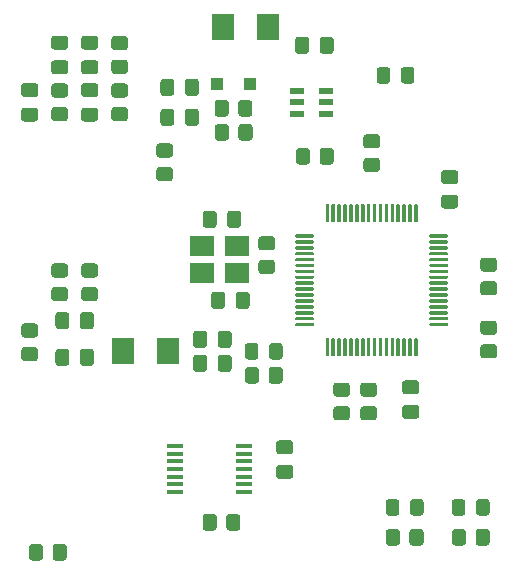
<source format=gtp>
%TF.GenerationSoftware,KiCad,Pcbnew,(5.1.12)-1*%
%TF.CreationDate,2022-05-05T18:44:07+02:00*%
%TF.ProjectId,telemetria tyl,74656c65-6d65-4747-9269-612074796c2e,rev?*%
%TF.SameCoordinates,Original*%
%TF.FileFunction,Paste,Top*%
%TF.FilePolarity,Positive*%
%FSLAX46Y46*%
G04 Gerber Fmt 4.6, Leading zero omitted, Abs format (unit mm)*
G04 Created by KiCad (PCBNEW (5.1.12)-1) date 2022-05-05 18:44:07*
%MOMM*%
%LPD*%
G01*
G04 APERTURE LIST*
%ADD10R,1.854500X2.286000*%
%ADD11R,2.100000X1.800000*%
%ADD12R,1.475000X0.450000*%
%ADD13R,1.200000X0.600000*%
%ADD14R,1.100000X1.100000*%
G04 APERTURE END LIST*
%TO.C,R8*%
G36*
G01*
X55772000Y-38550001D02*
X55772000Y-37649999D01*
G75*
G02*
X56021999Y-37400000I249999J0D01*
G01*
X56722001Y-37400000D01*
G75*
G02*
X56972000Y-37649999I0J-249999D01*
G01*
X56972000Y-38550001D01*
G75*
G02*
X56722001Y-38800000I-249999J0D01*
G01*
X56021999Y-38800000D01*
G75*
G02*
X55772000Y-38550001I0J249999D01*
G01*
G37*
G36*
G01*
X53772000Y-38550001D02*
X53772000Y-37649999D01*
G75*
G02*
X54021999Y-37400000I249999J0D01*
G01*
X54722001Y-37400000D01*
G75*
G02*
X54972000Y-37649999I0J-249999D01*
G01*
X54972000Y-38550001D01*
G75*
G02*
X54722001Y-38800000I-249999J0D01*
G01*
X54021999Y-38800000D01*
G75*
G02*
X53772000Y-38550001I0J249999D01*
G01*
G37*
%TD*%
%TO.C,R7*%
G36*
G01*
X54956000Y-35617999D02*
X54956000Y-36518001D01*
G75*
G02*
X54706001Y-36768000I-249999J0D01*
G01*
X54005999Y-36768000D01*
G75*
G02*
X53756000Y-36518001I0J249999D01*
G01*
X53756000Y-35617999D01*
G75*
G02*
X54005999Y-35368000I249999J0D01*
G01*
X54706001Y-35368000D01*
G75*
G02*
X54956000Y-35617999I0J-249999D01*
G01*
G37*
G36*
G01*
X56956000Y-35617999D02*
X56956000Y-36518001D01*
G75*
G02*
X56706001Y-36768000I-249999J0D01*
G01*
X56005999Y-36768000D01*
G75*
G02*
X55756000Y-36518001I0J249999D01*
G01*
X55756000Y-35617999D01*
G75*
G02*
X56005999Y-35368000I249999J0D01*
G01*
X56706001Y-35368000D01*
G75*
G02*
X56956000Y-35617999I0J-249999D01*
G01*
G37*
%TD*%
D10*
%TO.C,L2*%
X54495750Y-29210000D03*
X58280250Y-29210000D03*
%TD*%
%TO.C,D6*%
G36*
G01*
X69529000Y-33724001D02*
X69529000Y-32823999D01*
G75*
G02*
X69778999Y-32574000I249999J0D01*
G01*
X70429001Y-32574000D01*
G75*
G02*
X70679000Y-32823999I0J-249999D01*
G01*
X70679000Y-33724001D01*
G75*
G02*
X70429001Y-33974000I-249999J0D01*
G01*
X69778999Y-33974000D01*
G75*
G02*
X69529000Y-33724001I0J249999D01*
G01*
G37*
G36*
G01*
X67479000Y-33724001D02*
X67479000Y-32823999D01*
G75*
G02*
X67728999Y-32574000I249999J0D01*
G01*
X68379001Y-32574000D01*
G75*
G02*
X68629000Y-32823999I0J-249999D01*
G01*
X68629000Y-33724001D01*
G75*
G02*
X68379001Y-33974000I-249999J0D01*
G01*
X67728999Y-33974000D01*
G75*
G02*
X67479000Y-33724001I0J249999D01*
G01*
G37*
%TD*%
%TO.C,C7*%
G36*
G01*
X51250000Y-34765000D02*
X51250000Y-33815000D01*
G75*
G02*
X51500000Y-33565000I250000J0D01*
G01*
X52175000Y-33565000D01*
G75*
G02*
X52425000Y-33815000I0J-250000D01*
G01*
X52425000Y-34765000D01*
G75*
G02*
X52175000Y-35015000I-250000J0D01*
G01*
X51500000Y-35015000D01*
G75*
G02*
X51250000Y-34765000I0J250000D01*
G01*
G37*
G36*
G01*
X49175000Y-34765000D02*
X49175000Y-33815000D01*
G75*
G02*
X49425000Y-33565000I250000J0D01*
G01*
X50100000Y-33565000D01*
G75*
G02*
X50350000Y-33815000I0J-250000D01*
G01*
X50350000Y-34765000D01*
G75*
G02*
X50100000Y-35015000I-250000J0D01*
G01*
X49425000Y-35015000D01*
G75*
G02*
X49175000Y-34765000I0J250000D01*
G01*
G37*
%TD*%
%TO.C,C4*%
G36*
G01*
X61758500Y-30259000D02*
X61758500Y-31209000D01*
G75*
G02*
X61508500Y-31459000I-250000J0D01*
G01*
X60833500Y-31459000D01*
G75*
G02*
X60583500Y-31209000I0J250000D01*
G01*
X60583500Y-30259000D01*
G75*
G02*
X60833500Y-30009000I250000J0D01*
G01*
X61508500Y-30009000D01*
G75*
G02*
X61758500Y-30259000I0J-250000D01*
G01*
G37*
G36*
G01*
X63833500Y-30259000D02*
X63833500Y-31209000D01*
G75*
G02*
X63583500Y-31459000I-250000J0D01*
G01*
X62908500Y-31459000D01*
G75*
G02*
X62658500Y-31209000I0J250000D01*
G01*
X62658500Y-30259000D01*
G75*
G02*
X62908500Y-30009000I250000J0D01*
G01*
X63583500Y-30009000D01*
G75*
G02*
X63833500Y-30259000I0J-250000D01*
G01*
G37*
%TD*%
%TO.C,1k2*%
G36*
G01*
X76511999Y-56042000D02*
X77412001Y-56042000D01*
G75*
G02*
X77662000Y-56291999I0J-249999D01*
G01*
X77662000Y-56992001D01*
G75*
G02*
X77412001Y-57242000I-249999J0D01*
G01*
X76511999Y-57242000D01*
G75*
G02*
X76262000Y-56992001I0J249999D01*
G01*
X76262000Y-56291999D01*
G75*
G02*
X76511999Y-56042000I249999J0D01*
G01*
G37*
G36*
G01*
X76511999Y-54042000D02*
X77412001Y-54042000D01*
G75*
G02*
X77662000Y-54291999I0J-249999D01*
G01*
X77662000Y-54992001D01*
G75*
G02*
X77412001Y-55242000I-249999J0D01*
G01*
X76511999Y-55242000D01*
G75*
G02*
X76262000Y-54992001I0J249999D01*
G01*
X76262000Y-54291999D01*
G75*
G02*
X76511999Y-54042000I249999J0D01*
G01*
G37*
%TD*%
%TO.C,2.2uF2*%
G36*
G01*
X73185000Y-43376000D02*
X74135000Y-43376000D01*
G75*
G02*
X74385000Y-43626000I0J-250000D01*
G01*
X74385000Y-44301000D01*
G75*
G02*
X74135000Y-44551000I-250000J0D01*
G01*
X73185000Y-44551000D01*
G75*
G02*
X72935000Y-44301000I0J250000D01*
G01*
X72935000Y-43626000D01*
G75*
G02*
X73185000Y-43376000I250000J0D01*
G01*
G37*
G36*
G01*
X73185000Y-41301000D02*
X74135000Y-41301000D01*
G75*
G02*
X74385000Y-41551000I0J-250000D01*
G01*
X74385000Y-42226000D01*
G75*
G02*
X74135000Y-42476000I-250000J0D01*
G01*
X73185000Y-42476000D01*
G75*
G02*
X72935000Y-42226000I0J250000D01*
G01*
X72935000Y-41551000D01*
G75*
G02*
X73185000Y-41301000I250000J0D01*
G01*
G37*
%TD*%
%TO.C,10k1*%
G36*
G01*
X66605999Y-38262000D02*
X67506001Y-38262000D01*
G75*
G02*
X67756000Y-38511999I0J-249999D01*
G01*
X67756000Y-39212001D01*
G75*
G02*
X67506001Y-39462000I-249999J0D01*
G01*
X66605999Y-39462000D01*
G75*
G02*
X66356000Y-39212001I0J249999D01*
G01*
X66356000Y-38511999D01*
G75*
G02*
X66605999Y-38262000I249999J0D01*
G01*
G37*
G36*
G01*
X66605999Y-40262000D02*
X67506001Y-40262000D01*
G75*
G02*
X67756000Y-40511999I0J-249999D01*
G01*
X67756000Y-41212001D01*
G75*
G02*
X67506001Y-41462000I-249999J0D01*
G01*
X66605999Y-41462000D01*
G75*
G02*
X66356000Y-41212001I0J249999D01*
G01*
X66356000Y-40511999D01*
G75*
G02*
X66605999Y-40262000I249999J0D01*
G01*
G37*
%TD*%
%TO.C,1k1*%
G36*
G01*
X76511999Y-48708000D02*
X77412001Y-48708000D01*
G75*
G02*
X77662000Y-48957999I0J-249999D01*
G01*
X77662000Y-49658001D01*
G75*
G02*
X77412001Y-49908000I-249999J0D01*
G01*
X76511999Y-49908000D01*
G75*
G02*
X76262000Y-49658001I0J249999D01*
G01*
X76262000Y-48957999D01*
G75*
G02*
X76511999Y-48708000I249999J0D01*
G01*
G37*
G36*
G01*
X76511999Y-50708000D02*
X77412001Y-50708000D01*
G75*
G02*
X77662000Y-50957999I0J-249999D01*
G01*
X77662000Y-51658001D01*
G75*
G02*
X77412001Y-51908000I-249999J0D01*
G01*
X76511999Y-51908000D01*
G75*
G02*
X76262000Y-51658001I0J249999D01*
G01*
X76262000Y-50957999D01*
G75*
G02*
X76511999Y-50708000I249999J0D01*
G01*
G37*
%TD*%
%TO.C,2.2uF1*%
G36*
G01*
X70833000Y-62352500D02*
X69883000Y-62352500D01*
G75*
G02*
X69633000Y-62102500I0J250000D01*
G01*
X69633000Y-61427500D01*
G75*
G02*
X69883000Y-61177500I250000J0D01*
G01*
X70833000Y-61177500D01*
G75*
G02*
X71083000Y-61427500I0J-250000D01*
G01*
X71083000Y-62102500D01*
G75*
G02*
X70833000Y-62352500I-250000J0D01*
G01*
G37*
G36*
G01*
X70833000Y-60277500D02*
X69883000Y-60277500D01*
G75*
G02*
X69633000Y-60027500I0J250000D01*
G01*
X69633000Y-59352500D01*
G75*
G02*
X69883000Y-59102500I250000J0D01*
G01*
X70833000Y-59102500D01*
G75*
G02*
X71083000Y-59352500I0J-250000D01*
G01*
X71083000Y-60027500D01*
G75*
G02*
X70833000Y-60277500I-250000J0D01*
G01*
G37*
%TD*%
%TO.C,C1*%
G36*
G01*
X53471500Y-52799000D02*
X53471500Y-51849000D01*
G75*
G02*
X53721500Y-51599000I250000J0D01*
G01*
X54396500Y-51599000D01*
G75*
G02*
X54646500Y-51849000I0J-250000D01*
G01*
X54646500Y-52799000D01*
G75*
G02*
X54396500Y-53049000I-250000J0D01*
G01*
X53721500Y-53049000D01*
G75*
G02*
X53471500Y-52799000I0J250000D01*
G01*
G37*
G36*
G01*
X55546500Y-52799000D02*
X55546500Y-51849000D01*
G75*
G02*
X55796500Y-51599000I250000J0D01*
G01*
X56471500Y-51599000D01*
G75*
G02*
X56721500Y-51849000I0J-250000D01*
G01*
X56721500Y-52799000D01*
G75*
G02*
X56471500Y-53049000I-250000J0D01*
G01*
X55796500Y-53049000D01*
G75*
G02*
X55546500Y-52799000I0J250000D01*
G01*
G37*
%TD*%
%TO.C,C8*%
G36*
G01*
X51250000Y-37305000D02*
X51250000Y-36355000D01*
G75*
G02*
X51500000Y-36105000I250000J0D01*
G01*
X52175000Y-36105000D01*
G75*
G02*
X52425000Y-36355000I0J-250000D01*
G01*
X52425000Y-37305000D01*
G75*
G02*
X52175000Y-37555000I-250000J0D01*
G01*
X51500000Y-37555000D01*
G75*
G02*
X51250000Y-37305000I0J250000D01*
G01*
G37*
G36*
G01*
X49175000Y-37305000D02*
X49175000Y-36355000D01*
G75*
G02*
X49425000Y-36105000I250000J0D01*
G01*
X50100000Y-36105000D01*
G75*
G02*
X50350000Y-36355000I0J-250000D01*
G01*
X50350000Y-37305000D01*
G75*
G02*
X50100000Y-37555000I-250000J0D01*
G01*
X49425000Y-37555000D01*
G75*
G02*
X49175000Y-37305000I0J250000D01*
G01*
G37*
%TD*%
%TO.C,C2*%
G36*
G01*
X56002500Y-44991000D02*
X56002500Y-45941000D01*
G75*
G02*
X55752500Y-46191000I-250000J0D01*
G01*
X55077500Y-46191000D01*
G75*
G02*
X54827500Y-45941000I0J250000D01*
G01*
X54827500Y-44991000D01*
G75*
G02*
X55077500Y-44741000I250000J0D01*
G01*
X55752500Y-44741000D01*
G75*
G02*
X56002500Y-44991000I0J-250000D01*
G01*
G37*
G36*
G01*
X53927500Y-44991000D02*
X53927500Y-45941000D01*
G75*
G02*
X53677500Y-46191000I-250000J0D01*
G01*
X53002500Y-46191000D01*
G75*
G02*
X52752500Y-45941000I0J250000D01*
G01*
X52752500Y-44991000D01*
G75*
G02*
X53002500Y-44741000I250000J0D01*
G01*
X53677500Y-44741000D01*
G75*
G02*
X53927500Y-44991000I0J-250000D01*
G01*
G37*
%TD*%
%TO.C,D5*%
G36*
G01*
X68250000Y-70300001D02*
X68250000Y-69399999D01*
G75*
G02*
X68499999Y-69150000I249999J0D01*
G01*
X69150001Y-69150000D01*
G75*
G02*
X69400000Y-69399999I0J-249999D01*
G01*
X69400000Y-70300001D01*
G75*
G02*
X69150001Y-70550000I-249999J0D01*
G01*
X68499999Y-70550000D01*
G75*
G02*
X68250000Y-70300001I0J249999D01*
G01*
G37*
G36*
G01*
X70300000Y-70300001D02*
X70300000Y-69399999D01*
G75*
G02*
X70549999Y-69150000I249999J0D01*
G01*
X71200001Y-69150000D01*
G75*
G02*
X71450000Y-69399999I0J-249999D01*
G01*
X71450000Y-70300001D01*
G75*
G02*
X71200001Y-70550000I-249999J0D01*
G01*
X70549999Y-70550000D01*
G75*
G02*
X70300000Y-70300001I0J249999D01*
G01*
G37*
%TD*%
%TO.C,R11*%
G36*
G01*
X56328000Y-59124001D02*
X56328000Y-58223999D01*
G75*
G02*
X56577999Y-57974000I249999J0D01*
G01*
X57278001Y-57974000D01*
G75*
G02*
X57528000Y-58223999I0J-249999D01*
G01*
X57528000Y-59124001D01*
G75*
G02*
X57278001Y-59374000I-249999J0D01*
G01*
X56577999Y-59374000D01*
G75*
G02*
X56328000Y-59124001I0J249999D01*
G01*
G37*
G36*
G01*
X58328000Y-59124001D02*
X58328000Y-58223999D01*
G75*
G02*
X58577999Y-57974000I249999J0D01*
G01*
X59278001Y-57974000D01*
G75*
G02*
X59528000Y-58223999I0J-249999D01*
G01*
X59528000Y-59124001D01*
G75*
G02*
X59278001Y-59374000I-249999J0D01*
G01*
X58577999Y-59374000D01*
G75*
G02*
X58328000Y-59124001I0J249999D01*
G01*
G37*
%TD*%
%TO.C,D3*%
G36*
G01*
X74988000Y-69399999D02*
X74988000Y-70300001D01*
G75*
G02*
X74738001Y-70550000I-249999J0D01*
G01*
X74087999Y-70550000D01*
G75*
G02*
X73838000Y-70300001I0J249999D01*
G01*
X73838000Y-69399999D01*
G75*
G02*
X74087999Y-69150000I249999J0D01*
G01*
X74738001Y-69150000D01*
G75*
G02*
X74988000Y-69399999I0J-249999D01*
G01*
G37*
G36*
G01*
X77038000Y-69399999D02*
X77038000Y-70300001D01*
G75*
G02*
X76788001Y-70550000I-249999J0D01*
G01*
X76137999Y-70550000D01*
G75*
G02*
X75888000Y-70300001I0J249999D01*
G01*
X75888000Y-69399999D01*
G75*
G02*
X76137999Y-69150000I249999J0D01*
G01*
X76788001Y-69150000D01*
G75*
G02*
X77038000Y-69399999I0J-249999D01*
G01*
G37*
%TD*%
%TO.C,U1*%
G36*
G01*
X60600920Y-46949740D02*
X60600920Y-46799740D01*
G75*
G02*
X60675920Y-46724740I75000J0D01*
G01*
X62075920Y-46724740D01*
G75*
G02*
X62150920Y-46799740I0J-75000D01*
G01*
X62150920Y-46949740D01*
G75*
G02*
X62075920Y-47024740I-75000J0D01*
G01*
X60675920Y-47024740D01*
G75*
G02*
X60600920Y-46949740I0J75000D01*
G01*
G37*
G36*
G01*
X60600920Y-47449740D02*
X60600920Y-47299740D01*
G75*
G02*
X60675920Y-47224740I75000J0D01*
G01*
X62075920Y-47224740D01*
G75*
G02*
X62150920Y-47299740I0J-75000D01*
G01*
X62150920Y-47449740D01*
G75*
G02*
X62075920Y-47524740I-75000J0D01*
G01*
X60675920Y-47524740D01*
G75*
G02*
X60600920Y-47449740I0J75000D01*
G01*
G37*
G36*
G01*
X60600920Y-47949740D02*
X60600920Y-47799740D01*
G75*
G02*
X60675920Y-47724740I75000J0D01*
G01*
X62075920Y-47724740D01*
G75*
G02*
X62150920Y-47799740I0J-75000D01*
G01*
X62150920Y-47949740D01*
G75*
G02*
X62075920Y-48024740I-75000J0D01*
G01*
X60675920Y-48024740D01*
G75*
G02*
X60600920Y-47949740I0J75000D01*
G01*
G37*
G36*
G01*
X60600920Y-48449740D02*
X60600920Y-48299740D01*
G75*
G02*
X60675920Y-48224740I75000J0D01*
G01*
X62075920Y-48224740D01*
G75*
G02*
X62150920Y-48299740I0J-75000D01*
G01*
X62150920Y-48449740D01*
G75*
G02*
X62075920Y-48524740I-75000J0D01*
G01*
X60675920Y-48524740D01*
G75*
G02*
X60600920Y-48449740I0J75000D01*
G01*
G37*
G36*
G01*
X60600920Y-48949740D02*
X60600920Y-48799740D01*
G75*
G02*
X60675920Y-48724740I75000J0D01*
G01*
X62075920Y-48724740D01*
G75*
G02*
X62150920Y-48799740I0J-75000D01*
G01*
X62150920Y-48949740D01*
G75*
G02*
X62075920Y-49024740I-75000J0D01*
G01*
X60675920Y-49024740D01*
G75*
G02*
X60600920Y-48949740I0J75000D01*
G01*
G37*
G36*
G01*
X60600920Y-49449740D02*
X60600920Y-49299740D01*
G75*
G02*
X60675920Y-49224740I75000J0D01*
G01*
X62075920Y-49224740D01*
G75*
G02*
X62150920Y-49299740I0J-75000D01*
G01*
X62150920Y-49449740D01*
G75*
G02*
X62075920Y-49524740I-75000J0D01*
G01*
X60675920Y-49524740D01*
G75*
G02*
X60600920Y-49449740I0J75000D01*
G01*
G37*
G36*
G01*
X60600920Y-49949740D02*
X60600920Y-49799740D01*
G75*
G02*
X60675920Y-49724740I75000J0D01*
G01*
X62075920Y-49724740D01*
G75*
G02*
X62150920Y-49799740I0J-75000D01*
G01*
X62150920Y-49949740D01*
G75*
G02*
X62075920Y-50024740I-75000J0D01*
G01*
X60675920Y-50024740D01*
G75*
G02*
X60600920Y-49949740I0J75000D01*
G01*
G37*
G36*
G01*
X60600920Y-50449740D02*
X60600920Y-50299740D01*
G75*
G02*
X60675920Y-50224740I75000J0D01*
G01*
X62075920Y-50224740D01*
G75*
G02*
X62150920Y-50299740I0J-75000D01*
G01*
X62150920Y-50449740D01*
G75*
G02*
X62075920Y-50524740I-75000J0D01*
G01*
X60675920Y-50524740D01*
G75*
G02*
X60600920Y-50449740I0J75000D01*
G01*
G37*
G36*
G01*
X60600920Y-50949740D02*
X60600920Y-50799740D01*
G75*
G02*
X60675920Y-50724740I75000J0D01*
G01*
X62075920Y-50724740D01*
G75*
G02*
X62150920Y-50799740I0J-75000D01*
G01*
X62150920Y-50949740D01*
G75*
G02*
X62075920Y-51024740I-75000J0D01*
G01*
X60675920Y-51024740D01*
G75*
G02*
X60600920Y-50949740I0J75000D01*
G01*
G37*
G36*
G01*
X60600920Y-51449740D02*
X60600920Y-51299740D01*
G75*
G02*
X60675920Y-51224740I75000J0D01*
G01*
X62075920Y-51224740D01*
G75*
G02*
X62150920Y-51299740I0J-75000D01*
G01*
X62150920Y-51449740D01*
G75*
G02*
X62075920Y-51524740I-75000J0D01*
G01*
X60675920Y-51524740D01*
G75*
G02*
X60600920Y-51449740I0J75000D01*
G01*
G37*
G36*
G01*
X60600920Y-51949740D02*
X60600920Y-51799740D01*
G75*
G02*
X60675920Y-51724740I75000J0D01*
G01*
X62075920Y-51724740D01*
G75*
G02*
X62150920Y-51799740I0J-75000D01*
G01*
X62150920Y-51949740D01*
G75*
G02*
X62075920Y-52024740I-75000J0D01*
G01*
X60675920Y-52024740D01*
G75*
G02*
X60600920Y-51949740I0J75000D01*
G01*
G37*
G36*
G01*
X60600920Y-52449740D02*
X60600920Y-52299740D01*
G75*
G02*
X60675920Y-52224740I75000J0D01*
G01*
X62075920Y-52224740D01*
G75*
G02*
X62150920Y-52299740I0J-75000D01*
G01*
X62150920Y-52449740D01*
G75*
G02*
X62075920Y-52524740I-75000J0D01*
G01*
X60675920Y-52524740D01*
G75*
G02*
X60600920Y-52449740I0J75000D01*
G01*
G37*
G36*
G01*
X60600920Y-52949740D02*
X60600920Y-52799740D01*
G75*
G02*
X60675920Y-52724740I75000J0D01*
G01*
X62075920Y-52724740D01*
G75*
G02*
X62150920Y-52799740I0J-75000D01*
G01*
X62150920Y-52949740D01*
G75*
G02*
X62075920Y-53024740I-75000J0D01*
G01*
X60675920Y-53024740D01*
G75*
G02*
X60600920Y-52949740I0J75000D01*
G01*
G37*
G36*
G01*
X60600920Y-53449740D02*
X60600920Y-53299740D01*
G75*
G02*
X60675920Y-53224740I75000J0D01*
G01*
X62075920Y-53224740D01*
G75*
G02*
X62150920Y-53299740I0J-75000D01*
G01*
X62150920Y-53449740D01*
G75*
G02*
X62075920Y-53524740I-75000J0D01*
G01*
X60675920Y-53524740D01*
G75*
G02*
X60600920Y-53449740I0J75000D01*
G01*
G37*
G36*
G01*
X60600920Y-53949740D02*
X60600920Y-53799740D01*
G75*
G02*
X60675920Y-53724740I75000J0D01*
G01*
X62075920Y-53724740D01*
G75*
G02*
X62150920Y-53799740I0J-75000D01*
G01*
X62150920Y-53949740D01*
G75*
G02*
X62075920Y-54024740I-75000J0D01*
G01*
X60675920Y-54024740D01*
G75*
G02*
X60600920Y-53949740I0J75000D01*
G01*
G37*
G36*
G01*
X60600920Y-54449740D02*
X60600920Y-54299740D01*
G75*
G02*
X60675920Y-54224740I75000J0D01*
G01*
X62075920Y-54224740D01*
G75*
G02*
X62150920Y-54299740I0J-75000D01*
G01*
X62150920Y-54449740D01*
G75*
G02*
X62075920Y-54524740I-75000J0D01*
G01*
X60675920Y-54524740D01*
G75*
G02*
X60600920Y-54449740I0J75000D01*
G01*
G37*
G36*
G01*
X63150920Y-56999740D02*
X63150920Y-55599740D01*
G75*
G02*
X63225920Y-55524740I75000J0D01*
G01*
X63375920Y-55524740D01*
G75*
G02*
X63450920Y-55599740I0J-75000D01*
G01*
X63450920Y-56999740D01*
G75*
G02*
X63375920Y-57074740I-75000J0D01*
G01*
X63225920Y-57074740D01*
G75*
G02*
X63150920Y-56999740I0J75000D01*
G01*
G37*
G36*
G01*
X63650920Y-56999740D02*
X63650920Y-55599740D01*
G75*
G02*
X63725920Y-55524740I75000J0D01*
G01*
X63875920Y-55524740D01*
G75*
G02*
X63950920Y-55599740I0J-75000D01*
G01*
X63950920Y-56999740D01*
G75*
G02*
X63875920Y-57074740I-75000J0D01*
G01*
X63725920Y-57074740D01*
G75*
G02*
X63650920Y-56999740I0J75000D01*
G01*
G37*
G36*
G01*
X64150920Y-56999740D02*
X64150920Y-55599740D01*
G75*
G02*
X64225920Y-55524740I75000J0D01*
G01*
X64375920Y-55524740D01*
G75*
G02*
X64450920Y-55599740I0J-75000D01*
G01*
X64450920Y-56999740D01*
G75*
G02*
X64375920Y-57074740I-75000J0D01*
G01*
X64225920Y-57074740D01*
G75*
G02*
X64150920Y-56999740I0J75000D01*
G01*
G37*
G36*
G01*
X64650920Y-56999740D02*
X64650920Y-55599740D01*
G75*
G02*
X64725920Y-55524740I75000J0D01*
G01*
X64875920Y-55524740D01*
G75*
G02*
X64950920Y-55599740I0J-75000D01*
G01*
X64950920Y-56999740D01*
G75*
G02*
X64875920Y-57074740I-75000J0D01*
G01*
X64725920Y-57074740D01*
G75*
G02*
X64650920Y-56999740I0J75000D01*
G01*
G37*
G36*
G01*
X65150920Y-56999740D02*
X65150920Y-55599740D01*
G75*
G02*
X65225920Y-55524740I75000J0D01*
G01*
X65375920Y-55524740D01*
G75*
G02*
X65450920Y-55599740I0J-75000D01*
G01*
X65450920Y-56999740D01*
G75*
G02*
X65375920Y-57074740I-75000J0D01*
G01*
X65225920Y-57074740D01*
G75*
G02*
X65150920Y-56999740I0J75000D01*
G01*
G37*
G36*
G01*
X65650920Y-56999740D02*
X65650920Y-55599740D01*
G75*
G02*
X65725920Y-55524740I75000J0D01*
G01*
X65875920Y-55524740D01*
G75*
G02*
X65950920Y-55599740I0J-75000D01*
G01*
X65950920Y-56999740D01*
G75*
G02*
X65875920Y-57074740I-75000J0D01*
G01*
X65725920Y-57074740D01*
G75*
G02*
X65650920Y-56999740I0J75000D01*
G01*
G37*
G36*
G01*
X66150920Y-56999740D02*
X66150920Y-55599740D01*
G75*
G02*
X66225920Y-55524740I75000J0D01*
G01*
X66375920Y-55524740D01*
G75*
G02*
X66450920Y-55599740I0J-75000D01*
G01*
X66450920Y-56999740D01*
G75*
G02*
X66375920Y-57074740I-75000J0D01*
G01*
X66225920Y-57074740D01*
G75*
G02*
X66150920Y-56999740I0J75000D01*
G01*
G37*
G36*
G01*
X66650920Y-56999740D02*
X66650920Y-55599740D01*
G75*
G02*
X66725920Y-55524740I75000J0D01*
G01*
X66875920Y-55524740D01*
G75*
G02*
X66950920Y-55599740I0J-75000D01*
G01*
X66950920Y-56999740D01*
G75*
G02*
X66875920Y-57074740I-75000J0D01*
G01*
X66725920Y-57074740D01*
G75*
G02*
X66650920Y-56999740I0J75000D01*
G01*
G37*
G36*
G01*
X67150920Y-56999740D02*
X67150920Y-55599740D01*
G75*
G02*
X67225920Y-55524740I75000J0D01*
G01*
X67375920Y-55524740D01*
G75*
G02*
X67450920Y-55599740I0J-75000D01*
G01*
X67450920Y-56999740D01*
G75*
G02*
X67375920Y-57074740I-75000J0D01*
G01*
X67225920Y-57074740D01*
G75*
G02*
X67150920Y-56999740I0J75000D01*
G01*
G37*
G36*
G01*
X67650920Y-56999740D02*
X67650920Y-55599740D01*
G75*
G02*
X67725920Y-55524740I75000J0D01*
G01*
X67875920Y-55524740D01*
G75*
G02*
X67950920Y-55599740I0J-75000D01*
G01*
X67950920Y-56999740D01*
G75*
G02*
X67875920Y-57074740I-75000J0D01*
G01*
X67725920Y-57074740D01*
G75*
G02*
X67650920Y-56999740I0J75000D01*
G01*
G37*
G36*
G01*
X68150920Y-56999740D02*
X68150920Y-55599740D01*
G75*
G02*
X68225920Y-55524740I75000J0D01*
G01*
X68375920Y-55524740D01*
G75*
G02*
X68450920Y-55599740I0J-75000D01*
G01*
X68450920Y-56999740D01*
G75*
G02*
X68375920Y-57074740I-75000J0D01*
G01*
X68225920Y-57074740D01*
G75*
G02*
X68150920Y-56999740I0J75000D01*
G01*
G37*
G36*
G01*
X68650920Y-56999740D02*
X68650920Y-55599740D01*
G75*
G02*
X68725920Y-55524740I75000J0D01*
G01*
X68875920Y-55524740D01*
G75*
G02*
X68950920Y-55599740I0J-75000D01*
G01*
X68950920Y-56999740D01*
G75*
G02*
X68875920Y-57074740I-75000J0D01*
G01*
X68725920Y-57074740D01*
G75*
G02*
X68650920Y-56999740I0J75000D01*
G01*
G37*
G36*
G01*
X69150920Y-56999740D02*
X69150920Y-55599740D01*
G75*
G02*
X69225920Y-55524740I75000J0D01*
G01*
X69375920Y-55524740D01*
G75*
G02*
X69450920Y-55599740I0J-75000D01*
G01*
X69450920Y-56999740D01*
G75*
G02*
X69375920Y-57074740I-75000J0D01*
G01*
X69225920Y-57074740D01*
G75*
G02*
X69150920Y-56999740I0J75000D01*
G01*
G37*
G36*
G01*
X69650920Y-56999740D02*
X69650920Y-55599740D01*
G75*
G02*
X69725920Y-55524740I75000J0D01*
G01*
X69875920Y-55524740D01*
G75*
G02*
X69950920Y-55599740I0J-75000D01*
G01*
X69950920Y-56999740D01*
G75*
G02*
X69875920Y-57074740I-75000J0D01*
G01*
X69725920Y-57074740D01*
G75*
G02*
X69650920Y-56999740I0J75000D01*
G01*
G37*
G36*
G01*
X70150920Y-56999740D02*
X70150920Y-55599740D01*
G75*
G02*
X70225920Y-55524740I75000J0D01*
G01*
X70375920Y-55524740D01*
G75*
G02*
X70450920Y-55599740I0J-75000D01*
G01*
X70450920Y-56999740D01*
G75*
G02*
X70375920Y-57074740I-75000J0D01*
G01*
X70225920Y-57074740D01*
G75*
G02*
X70150920Y-56999740I0J75000D01*
G01*
G37*
G36*
G01*
X70650920Y-56999740D02*
X70650920Y-55599740D01*
G75*
G02*
X70725920Y-55524740I75000J0D01*
G01*
X70875920Y-55524740D01*
G75*
G02*
X70950920Y-55599740I0J-75000D01*
G01*
X70950920Y-56999740D01*
G75*
G02*
X70875920Y-57074740I-75000J0D01*
G01*
X70725920Y-57074740D01*
G75*
G02*
X70650920Y-56999740I0J75000D01*
G01*
G37*
G36*
G01*
X71950920Y-54449740D02*
X71950920Y-54299740D01*
G75*
G02*
X72025920Y-54224740I75000J0D01*
G01*
X73425920Y-54224740D01*
G75*
G02*
X73500920Y-54299740I0J-75000D01*
G01*
X73500920Y-54449740D01*
G75*
G02*
X73425920Y-54524740I-75000J0D01*
G01*
X72025920Y-54524740D01*
G75*
G02*
X71950920Y-54449740I0J75000D01*
G01*
G37*
G36*
G01*
X71950920Y-53949740D02*
X71950920Y-53799740D01*
G75*
G02*
X72025920Y-53724740I75000J0D01*
G01*
X73425920Y-53724740D01*
G75*
G02*
X73500920Y-53799740I0J-75000D01*
G01*
X73500920Y-53949740D01*
G75*
G02*
X73425920Y-54024740I-75000J0D01*
G01*
X72025920Y-54024740D01*
G75*
G02*
X71950920Y-53949740I0J75000D01*
G01*
G37*
G36*
G01*
X71950920Y-53449740D02*
X71950920Y-53299740D01*
G75*
G02*
X72025920Y-53224740I75000J0D01*
G01*
X73425920Y-53224740D01*
G75*
G02*
X73500920Y-53299740I0J-75000D01*
G01*
X73500920Y-53449740D01*
G75*
G02*
X73425920Y-53524740I-75000J0D01*
G01*
X72025920Y-53524740D01*
G75*
G02*
X71950920Y-53449740I0J75000D01*
G01*
G37*
G36*
G01*
X71950920Y-52949740D02*
X71950920Y-52799740D01*
G75*
G02*
X72025920Y-52724740I75000J0D01*
G01*
X73425920Y-52724740D01*
G75*
G02*
X73500920Y-52799740I0J-75000D01*
G01*
X73500920Y-52949740D01*
G75*
G02*
X73425920Y-53024740I-75000J0D01*
G01*
X72025920Y-53024740D01*
G75*
G02*
X71950920Y-52949740I0J75000D01*
G01*
G37*
G36*
G01*
X71950920Y-52449740D02*
X71950920Y-52299740D01*
G75*
G02*
X72025920Y-52224740I75000J0D01*
G01*
X73425920Y-52224740D01*
G75*
G02*
X73500920Y-52299740I0J-75000D01*
G01*
X73500920Y-52449740D01*
G75*
G02*
X73425920Y-52524740I-75000J0D01*
G01*
X72025920Y-52524740D01*
G75*
G02*
X71950920Y-52449740I0J75000D01*
G01*
G37*
G36*
G01*
X71950920Y-51949740D02*
X71950920Y-51799740D01*
G75*
G02*
X72025920Y-51724740I75000J0D01*
G01*
X73425920Y-51724740D01*
G75*
G02*
X73500920Y-51799740I0J-75000D01*
G01*
X73500920Y-51949740D01*
G75*
G02*
X73425920Y-52024740I-75000J0D01*
G01*
X72025920Y-52024740D01*
G75*
G02*
X71950920Y-51949740I0J75000D01*
G01*
G37*
G36*
G01*
X71950920Y-51449740D02*
X71950920Y-51299740D01*
G75*
G02*
X72025920Y-51224740I75000J0D01*
G01*
X73425920Y-51224740D01*
G75*
G02*
X73500920Y-51299740I0J-75000D01*
G01*
X73500920Y-51449740D01*
G75*
G02*
X73425920Y-51524740I-75000J0D01*
G01*
X72025920Y-51524740D01*
G75*
G02*
X71950920Y-51449740I0J75000D01*
G01*
G37*
G36*
G01*
X71950920Y-50949740D02*
X71950920Y-50799740D01*
G75*
G02*
X72025920Y-50724740I75000J0D01*
G01*
X73425920Y-50724740D01*
G75*
G02*
X73500920Y-50799740I0J-75000D01*
G01*
X73500920Y-50949740D01*
G75*
G02*
X73425920Y-51024740I-75000J0D01*
G01*
X72025920Y-51024740D01*
G75*
G02*
X71950920Y-50949740I0J75000D01*
G01*
G37*
G36*
G01*
X71950920Y-50449740D02*
X71950920Y-50299740D01*
G75*
G02*
X72025920Y-50224740I75000J0D01*
G01*
X73425920Y-50224740D01*
G75*
G02*
X73500920Y-50299740I0J-75000D01*
G01*
X73500920Y-50449740D01*
G75*
G02*
X73425920Y-50524740I-75000J0D01*
G01*
X72025920Y-50524740D01*
G75*
G02*
X71950920Y-50449740I0J75000D01*
G01*
G37*
G36*
G01*
X71950920Y-49949740D02*
X71950920Y-49799740D01*
G75*
G02*
X72025920Y-49724740I75000J0D01*
G01*
X73425920Y-49724740D01*
G75*
G02*
X73500920Y-49799740I0J-75000D01*
G01*
X73500920Y-49949740D01*
G75*
G02*
X73425920Y-50024740I-75000J0D01*
G01*
X72025920Y-50024740D01*
G75*
G02*
X71950920Y-49949740I0J75000D01*
G01*
G37*
G36*
G01*
X71950920Y-49449740D02*
X71950920Y-49299740D01*
G75*
G02*
X72025920Y-49224740I75000J0D01*
G01*
X73425920Y-49224740D01*
G75*
G02*
X73500920Y-49299740I0J-75000D01*
G01*
X73500920Y-49449740D01*
G75*
G02*
X73425920Y-49524740I-75000J0D01*
G01*
X72025920Y-49524740D01*
G75*
G02*
X71950920Y-49449740I0J75000D01*
G01*
G37*
G36*
G01*
X71950920Y-48949740D02*
X71950920Y-48799740D01*
G75*
G02*
X72025920Y-48724740I75000J0D01*
G01*
X73425920Y-48724740D01*
G75*
G02*
X73500920Y-48799740I0J-75000D01*
G01*
X73500920Y-48949740D01*
G75*
G02*
X73425920Y-49024740I-75000J0D01*
G01*
X72025920Y-49024740D01*
G75*
G02*
X71950920Y-48949740I0J75000D01*
G01*
G37*
G36*
G01*
X71950920Y-48449740D02*
X71950920Y-48299740D01*
G75*
G02*
X72025920Y-48224740I75000J0D01*
G01*
X73425920Y-48224740D01*
G75*
G02*
X73500920Y-48299740I0J-75000D01*
G01*
X73500920Y-48449740D01*
G75*
G02*
X73425920Y-48524740I-75000J0D01*
G01*
X72025920Y-48524740D01*
G75*
G02*
X71950920Y-48449740I0J75000D01*
G01*
G37*
G36*
G01*
X71950920Y-47949740D02*
X71950920Y-47799740D01*
G75*
G02*
X72025920Y-47724740I75000J0D01*
G01*
X73425920Y-47724740D01*
G75*
G02*
X73500920Y-47799740I0J-75000D01*
G01*
X73500920Y-47949740D01*
G75*
G02*
X73425920Y-48024740I-75000J0D01*
G01*
X72025920Y-48024740D01*
G75*
G02*
X71950920Y-47949740I0J75000D01*
G01*
G37*
G36*
G01*
X71950920Y-47449740D02*
X71950920Y-47299740D01*
G75*
G02*
X72025920Y-47224740I75000J0D01*
G01*
X73425920Y-47224740D01*
G75*
G02*
X73500920Y-47299740I0J-75000D01*
G01*
X73500920Y-47449740D01*
G75*
G02*
X73425920Y-47524740I-75000J0D01*
G01*
X72025920Y-47524740D01*
G75*
G02*
X71950920Y-47449740I0J75000D01*
G01*
G37*
G36*
G01*
X71950920Y-46949740D02*
X71950920Y-46799740D01*
G75*
G02*
X72025920Y-46724740I75000J0D01*
G01*
X73425920Y-46724740D01*
G75*
G02*
X73500920Y-46799740I0J-75000D01*
G01*
X73500920Y-46949740D01*
G75*
G02*
X73425920Y-47024740I-75000J0D01*
G01*
X72025920Y-47024740D01*
G75*
G02*
X71950920Y-46949740I0J75000D01*
G01*
G37*
G36*
G01*
X70650920Y-45649740D02*
X70650920Y-44249740D01*
G75*
G02*
X70725920Y-44174740I75000J0D01*
G01*
X70875920Y-44174740D01*
G75*
G02*
X70950920Y-44249740I0J-75000D01*
G01*
X70950920Y-45649740D01*
G75*
G02*
X70875920Y-45724740I-75000J0D01*
G01*
X70725920Y-45724740D01*
G75*
G02*
X70650920Y-45649740I0J75000D01*
G01*
G37*
G36*
G01*
X70150920Y-45649740D02*
X70150920Y-44249740D01*
G75*
G02*
X70225920Y-44174740I75000J0D01*
G01*
X70375920Y-44174740D01*
G75*
G02*
X70450920Y-44249740I0J-75000D01*
G01*
X70450920Y-45649740D01*
G75*
G02*
X70375920Y-45724740I-75000J0D01*
G01*
X70225920Y-45724740D01*
G75*
G02*
X70150920Y-45649740I0J75000D01*
G01*
G37*
G36*
G01*
X69650920Y-45649740D02*
X69650920Y-44249740D01*
G75*
G02*
X69725920Y-44174740I75000J0D01*
G01*
X69875920Y-44174740D01*
G75*
G02*
X69950920Y-44249740I0J-75000D01*
G01*
X69950920Y-45649740D01*
G75*
G02*
X69875920Y-45724740I-75000J0D01*
G01*
X69725920Y-45724740D01*
G75*
G02*
X69650920Y-45649740I0J75000D01*
G01*
G37*
G36*
G01*
X69150920Y-45649740D02*
X69150920Y-44249740D01*
G75*
G02*
X69225920Y-44174740I75000J0D01*
G01*
X69375920Y-44174740D01*
G75*
G02*
X69450920Y-44249740I0J-75000D01*
G01*
X69450920Y-45649740D01*
G75*
G02*
X69375920Y-45724740I-75000J0D01*
G01*
X69225920Y-45724740D01*
G75*
G02*
X69150920Y-45649740I0J75000D01*
G01*
G37*
G36*
G01*
X68650920Y-45649740D02*
X68650920Y-44249740D01*
G75*
G02*
X68725920Y-44174740I75000J0D01*
G01*
X68875920Y-44174740D01*
G75*
G02*
X68950920Y-44249740I0J-75000D01*
G01*
X68950920Y-45649740D01*
G75*
G02*
X68875920Y-45724740I-75000J0D01*
G01*
X68725920Y-45724740D01*
G75*
G02*
X68650920Y-45649740I0J75000D01*
G01*
G37*
G36*
G01*
X68150920Y-45649740D02*
X68150920Y-44249740D01*
G75*
G02*
X68225920Y-44174740I75000J0D01*
G01*
X68375920Y-44174740D01*
G75*
G02*
X68450920Y-44249740I0J-75000D01*
G01*
X68450920Y-45649740D01*
G75*
G02*
X68375920Y-45724740I-75000J0D01*
G01*
X68225920Y-45724740D01*
G75*
G02*
X68150920Y-45649740I0J75000D01*
G01*
G37*
G36*
G01*
X67650920Y-45649740D02*
X67650920Y-44249740D01*
G75*
G02*
X67725920Y-44174740I75000J0D01*
G01*
X67875920Y-44174740D01*
G75*
G02*
X67950920Y-44249740I0J-75000D01*
G01*
X67950920Y-45649740D01*
G75*
G02*
X67875920Y-45724740I-75000J0D01*
G01*
X67725920Y-45724740D01*
G75*
G02*
X67650920Y-45649740I0J75000D01*
G01*
G37*
G36*
G01*
X67150920Y-45649740D02*
X67150920Y-44249740D01*
G75*
G02*
X67225920Y-44174740I75000J0D01*
G01*
X67375920Y-44174740D01*
G75*
G02*
X67450920Y-44249740I0J-75000D01*
G01*
X67450920Y-45649740D01*
G75*
G02*
X67375920Y-45724740I-75000J0D01*
G01*
X67225920Y-45724740D01*
G75*
G02*
X67150920Y-45649740I0J75000D01*
G01*
G37*
G36*
G01*
X66650920Y-45649740D02*
X66650920Y-44249740D01*
G75*
G02*
X66725920Y-44174740I75000J0D01*
G01*
X66875920Y-44174740D01*
G75*
G02*
X66950920Y-44249740I0J-75000D01*
G01*
X66950920Y-45649740D01*
G75*
G02*
X66875920Y-45724740I-75000J0D01*
G01*
X66725920Y-45724740D01*
G75*
G02*
X66650920Y-45649740I0J75000D01*
G01*
G37*
G36*
G01*
X66150920Y-45649740D02*
X66150920Y-44249740D01*
G75*
G02*
X66225920Y-44174740I75000J0D01*
G01*
X66375920Y-44174740D01*
G75*
G02*
X66450920Y-44249740I0J-75000D01*
G01*
X66450920Y-45649740D01*
G75*
G02*
X66375920Y-45724740I-75000J0D01*
G01*
X66225920Y-45724740D01*
G75*
G02*
X66150920Y-45649740I0J75000D01*
G01*
G37*
G36*
G01*
X65650920Y-45649740D02*
X65650920Y-44249740D01*
G75*
G02*
X65725920Y-44174740I75000J0D01*
G01*
X65875920Y-44174740D01*
G75*
G02*
X65950920Y-44249740I0J-75000D01*
G01*
X65950920Y-45649740D01*
G75*
G02*
X65875920Y-45724740I-75000J0D01*
G01*
X65725920Y-45724740D01*
G75*
G02*
X65650920Y-45649740I0J75000D01*
G01*
G37*
G36*
G01*
X65150920Y-45649740D02*
X65150920Y-44249740D01*
G75*
G02*
X65225920Y-44174740I75000J0D01*
G01*
X65375920Y-44174740D01*
G75*
G02*
X65450920Y-44249740I0J-75000D01*
G01*
X65450920Y-45649740D01*
G75*
G02*
X65375920Y-45724740I-75000J0D01*
G01*
X65225920Y-45724740D01*
G75*
G02*
X65150920Y-45649740I0J75000D01*
G01*
G37*
G36*
G01*
X64650920Y-45649740D02*
X64650920Y-44249740D01*
G75*
G02*
X64725920Y-44174740I75000J0D01*
G01*
X64875920Y-44174740D01*
G75*
G02*
X64950920Y-44249740I0J-75000D01*
G01*
X64950920Y-45649740D01*
G75*
G02*
X64875920Y-45724740I-75000J0D01*
G01*
X64725920Y-45724740D01*
G75*
G02*
X64650920Y-45649740I0J75000D01*
G01*
G37*
G36*
G01*
X64150920Y-45649740D02*
X64150920Y-44249740D01*
G75*
G02*
X64225920Y-44174740I75000J0D01*
G01*
X64375920Y-44174740D01*
G75*
G02*
X64450920Y-44249740I0J-75000D01*
G01*
X64450920Y-45649740D01*
G75*
G02*
X64375920Y-45724740I-75000J0D01*
G01*
X64225920Y-45724740D01*
G75*
G02*
X64150920Y-45649740I0J75000D01*
G01*
G37*
G36*
G01*
X63650920Y-45649740D02*
X63650920Y-44249740D01*
G75*
G02*
X63725920Y-44174740I75000J0D01*
G01*
X63875920Y-44174740D01*
G75*
G02*
X63950920Y-44249740I0J-75000D01*
G01*
X63950920Y-45649740D01*
G75*
G02*
X63875920Y-45724740I-75000J0D01*
G01*
X63725920Y-45724740D01*
G75*
G02*
X63650920Y-45649740I0J75000D01*
G01*
G37*
G36*
G01*
X63150920Y-45649740D02*
X63150920Y-44249740D01*
G75*
G02*
X63225920Y-44174740I75000J0D01*
G01*
X63375920Y-44174740D01*
G75*
G02*
X63450920Y-44249740I0J-75000D01*
G01*
X63450920Y-45649740D01*
G75*
G02*
X63375920Y-45724740I-75000J0D01*
G01*
X63225920Y-45724740D01*
G75*
G02*
X63150920Y-45649740I0J75000D01*
G01*
G37*
%TD*%
%TO.C,0.33k1*%
G36*
G01*
X64966001Y-60490000D02*
X64065999Y-60490000D01*
G75*
G02*
X63816000Y-60240001I0J249999D01*
G01*
X63816000Y-59539999D01*
G75*
G02*
X64065999Y-59290000I249999J0D01*
G01*
X64966001Y-59290000D01*
G75*
G02*
X65216000Y-59539999I0J-249999D01*
G01*
X65216000Y-60240001D01*
G75*
G02*
X64966001Y-60490000I-249999J0D01*
G01*
G37*
G36*
G01*
X64966001Y-62490000D02*
X64065999Y-62490000D01*
G75*
G02*
X63816000Y-62240001I0J249999D01*
G01*
X63816000Y-61539999D01*
G75*
G02*
X64065999Y-61290000I249999J0D01*
G01*
X64966001Y-61290000D01*
G75*
G02*
X65216000Y-61539999I0J-249999D01*
G01*
X65216000Y-62240001D01*
G75*
G02*
X64966001Y-62490000I-249999J0D01*
G01*
G37*
%TD*%
%TO.C,0.33k2*%
G36*
G01*
X67252001Y-62490000D02*
X66351999Y-62490000D01*
G75*
G02*
X66102000Y-62240001I0J249999D01*
G01*
X66102000Y-61539999D01*
G75*
G02*
X66351999Y-61290000I249999J0D01*
G01*
X67252001Y-61290000D01*
G75*
G02*
X67502000Y-61539999I0J-249999D01*
G01*
X67502000Y-62240001D01*
G75*
G02*
X67252001Y-62490000I-249999J0D01*
G01*
G37*
G36*
G01*
X67252001Y-60490000D02*
X66351999Y-60490000D01*
G75*
G02*
X66102000Y-60240001I0J249999D01*
G01*
X66102000Y-59539999D01*
G75*
G02*
X66351999Y-59290000I249999J0D01*
G01*
X67252001Y-59290000D01*
G75*
G02*
X67502000Y-59539999I0J-249999D01*
G01*
X67502000Y-60240001D01*
G75*
G02*
X67252001Y-60490000I-249999J0D01*
G01*
G37*
%TD*%
%TO.C,10nF1*%
G36*
G01*
X51947500Y-58133000D02*
X51947500Y-57183000D01*
G75*
G02*
X52197500Y-56933000I250000J0D01*
G01*
X52872500Y-56933000D01*
G75*
G02*
X53122500Y-57183000I0J-250000D01*
G01*
X53122500Y-58133000D01*
G75*
G02*
X52872500Y-58383000I-250000J0D01*
G01*
X52197500Y-58383000D01*
G75*
G02*
X51947500Y-58133000I0J250000D01*
G01*
G37*
G36*
G01*
X54022500Y-58133000D02*
X54022500Y-57183000D01*
G75*
G02*
X54272500Y-56933000I250000J0D01*
G01*
X54947500Y-56933000D01*
G75*
G02*
X55197500Y-57183000I0J-250000D01*
G01*
X55197500Y-58133000D01*
G75*
G02*
X54947500Y-58383000I-250000J0D01*
G01*
X54272500Y-58383000D01*
G75*
G02*
X54022500Y-58133000I0J250000D01*
G01*
G37*
%TD*%
%TO.C,1uF1*%
G36*
G01*
X54022500Y-56101000D02*
X54022500Y-55151000D01*
G75*
G02*
X54272500Y-54901000I250000J0D01*
G01*
X54947500Y-54901000D01*
G75*
G02*
X55197500Y-55151000I0J-250000D01*
G01*
X55197500Y-56101000D01*
G75*
G02*
X54947500Y-56351000I-250000J0D01*
G01*
X54272500Y-56351000D01*
G75*
G02*
X54022500Y-56101000I0J250000D01*
G01*
G37*
G36*
G01*
X51947500Y-56101000D02*
X51947500Y-55151000D01*
G75*
G02*
X52197500Y-54901000I250000J0D01*
G01*
X52872500Y-54901000D01*
G75*
G02*
X53122500Y-55151000I0J-250000D01*
G01*
X53122500Y-56101000D01*
G75*
G02*
X52872500Y-56351000I-250000J0D01*
G01*
X52197500Y-56351000D01*
G75*
G02*
X51947500Y-56101000I0J250000D01*
G01*
G37*
%TD*%
%TO.C,39nH1*%
X45999500Y-56642000D03*
X49784000Y-56642000D03*
%TD*%
%TO.C,D1*%
G36*
G01*
X56321000Y-57092001D02*
X56321000Y-56191999D01*
G75*
G02*
X56570999Y-55942000I249999J0D01*
G01*
X57221001Y-55942000D01*
G75*
G02*
X57471000Y-56191999I0J-249999D01*
G01*
X57471000Y-57092001D01*
G75*
G02*
X57221001Y-57342000I-249999J0D01*
G01*
X56570999Y-57342000D01*
G75*
G02*
X56321000Y-57092001I0J249999D01*
G01*
G37*
G36*
G01*
X58371000Y-57092001D02*
X58371000Y-56191999D01*
G75*
G02*
X58620999Y-55942000I249999J0D01*
G01*
X59271001Y-55942000D01*
G75*
G02*
X59521000Y-56191999I0J-249999D01*
G01*
X59521000Y-57092001D01*
G75*
G02*
X59271001Y-57342000I-249999J0D01*
G01*
X58620999Y-57342000D01*
G75*
G02*
X58371000Y-57092001I0J249999D01*
G01*
G37*
%TD*%
%TO.C,R1*%
G36*
G01*
X58616001Y-48098000D02*
X57715999Y-48098000D01*
G75*
G02*
X57466000Y-47848001I0J249999D01*
G01*
X57466000Y-47147999D01*
G75*
G02*
X57715999Y-46898000I249999J0D01*
G01*
X58616001Y-46898000D01*
G75*
G02*
X58866000Y-47147999I0J-249999D01*
G01*
X58866000Y-47848001D01*
G75*
G02*
X58616001Y-48098000I-249999J0D01*
G01*
G37*
G36*
G01*
X58616001Y-50098000D02*
X57715999Y-50098000D01*
G75*
G02*
X57466000Y-49848001I0J249999D01*
G01*
X57466000Y-49147999D01*
G75*
G02*
X57715999Y-48898000I249999J0D01*
G01*
X58616001Y-48898000D01*
G75*
G02*
X58866000Y-49147999I0J-249999D01*
G01*
X58866000Y-49848001D01*
G75*
G02*
X58616001Y-50098000I-249999J0D01*
G01*
G37*
%TD*%
%TO.C,R3*%
G36*
G01*
X63846000Y-39681999D02*
X63846000Y-40582001D01*
G75*
G02*
X63596001Y-40832000I-249999J0D01*
G01*
X62895999Y-40832000D01*
G75*
G02*
X62646000Y-40582001I0J249999D01*
G01*
X62646000Y-39681999D01*
G75*
G02*
X62895999Y-39432000I249999J0D01*
G01*
X63596001Y-39432000D01*
G75*
G02*
X63846000Y-39681999I0J-249999D01*
G01*
G37*
G36*
G01*
X61846000Y-39681999D02*
X61846000Y-40582001D01*
G75*
G02*
X61596001Y-40832000I-249999J0D01*
G01*
X60895999Y-40832000D01*
G75*
G02*
X60646000Y-40582001I0J249999D01*
G01*
X60646000Y-39681999D01*
G75*
G02*
X60895999Y-39432000I249999J0D01*
G01*
X61596001Y-39432000D01*
G75*
G02*
X61846000Y-39681999I0J-249999D01*
G01*
G37*
%TD*%
%TO.C,R12*%
G36*
G01*
X75054000Y-71939999D02*
X75054000Y-72840001D01*
G75*
G02*
X74804001Y-73090000I-249999J0D01*
G01*
X74103999Y-73090000D01*
G75*
G02*
X73854000Y-72840001I0J249999D01*
G01*
X73854000Y-71939999D01*
G75*
G02*
X74103999Y-71690000I249999J0D01*
G01*
X74804001Y-71690000D01*
G75*
G02*
X75054000Y-71939999I0J-249999D01*
G01*
G37*
G36*
G01*
X77054000Y-71939999D02*
X77054000Y-72840001D01*
G75*
G02*
X76804001Y-73090000I-249999J0D01*
G01*
X76103999Y-73090000D01*
G75*
G02*
X75854000Y-72840001I0J249999D01*
G01*
X75854000Y-71939999D01*
G75*
G02*
X76103999Y-71690000I249999J0D01*
G01*
X76804001Y-71690000D01*
G75*
G02*
X77054000Y-71939999I0J-249999D01*
G01*
G37*
%TD*%
%TO.C,R13*%
G36*
G01*
X68250000Y-72840001D02*
X68250000Y-71939999D01*
G75*
G02*
X68499999Y-71690000I249999J0D01*
G01*
X69200001Y-71690000D01*
G75*
G02*
X69450000Y-71939999I0J-249999D01*
G01*
X69450000Y-72840001D01*
G75*
G02*
X69200001Y-73090000I-249999J0D01*
G01*
X68499999Y-73090000D01*
G75*
G02*
X68250000Y-72840001I0J249999D01*
G01*
G37*
G36*
G01*
X70250000Y-72840001D02*
X70250000Y-71939999D01*
G75*
G02*
X70499999Y-71690000I249999J0D01*
G01*
X71200001Y-71690000D01*
G75*
G02*
X71450000Y-71939999I0J-249999D01*
G01*
X71450000Y-72840001D01*
G75*
G02*
X71200001Y-73090000I-249999J0D01*
G01*
X70499999Y-73090000D01*
G75*
G02*
X70250000Y-72840001I0J249999D01*
G01*
G37*
%TD*%
D11*
%TO.C,Y1*%
X52726000Y-50052000D03*
X55626000Y-50052000D03*
X55626000Y-47752000D03*
X52726000Y-47752000D03*
%TD*%
D12*
%TO.C,2channel_pot1*%
X50402000Y-64655001D03*
X50402000Y-65305001D03*
X50402000Y-65955001D03*
X50402000Y-66605001D03*
X50402000Y-67255001D03*
X50402000Y-67905001D03*
X50402000Y-68555001D03*
X56278000Y-68555001D03*
X56278000Y-67905001D03*
X56278000Y-67255001D03*
X56278000Y-66605001D03*
X56278000Y-65955001D03*
X56278000Y-65305001D03*
X56278000Y-64655001D03*
%TD*%
%TO.C,C9*%
G36*
G01*
X59215000Y-64182500D02*
X60165000Y-64182500D01*
G75*
G02*
X60415000Y-64432500I0J-250000D01*
G01*
X60415000Y-65107500D01*
G75*
G02*
X60165000Y-65357500I-250000J0D01*
G01*
X59215000Y-65357500D01*
G75*
G02*
X58965000Y-65107500I0J250000D01*
G01*
X58965000Y-64432500D01*
G75*
G02*
X59215000Y-64182500I250000J0D01*
G01*
G37*
G36*
G01*
X59215000Y-66257500D02*
X60165000Y-66257500D01*
G75*
G02*
X60415000Y-66507500I0J-250000D01*
G01*
X60415000Y-67182500D01*
G75*
G02*
X60165000Y-67432500I-250000J0D01*
G01*
X59215000Y-67432500D01*
G75*
G02*
X58965000Y-67182500I0J250000D01*
G01*
X58965000Y-66507500D01*
G75*
G02*
X59215000Y-66257500I250000J0D01*
G01*
G37*
%TD*%
%TO.C,C10*%
G36*
G01*
X43655000Y-37185000D02*
X42705000Y-37185000D01*
G75*
G02*
X42455000Y-36935000I0J250000D01*
G01*
X42455000Y-36260000D01*
G75*
G02*
X42705000Y-36010000I250000J0D01*
G01*
X43655000Y-36010000D01*
G75*
G02*
X43905000Y-36260000I0J-250000D01*
G01*
X43905000Y-36935000D01*
G75*
G02*
X43655000Y-37185000I-250000J0D01*
G01*
G37*
G36*
G01*
X43655000Y-35110000D02*
X42705000Y-35110000D01*
G75*
G02*
X42455000Y-34860000I0J250000D01*
G01*
X42455000Y-34185000D01*
G75*
G02*
X42705000Y-33935000I250000J0D01*
G01*
X43655000Y-33935000D01*
G75*
G02*
X43905000Y-34185000I0J-250000D01*
G01*
X43905000Y-34860000D01*
G75*
G02*
X43655000Y-35110000I-250000J0D01*
G01*
G37*
%TD*%
%TO.C,C11*%
G36*
G01*
X42360000Y-57625000D02*
X42360000Y-56675000D01*
G75*
G02*
X42610000Y-56425000I250000J0D01*
G01*
X43285000Y-56425000D01*
G75*
G02*
X43535000Y-56675000I0J-250000D01*
G01*
X43535000Y-57625000D01*
G75*
G02*
X43285000Y-57875000I-250000J0D01*
G01*
X42610000Y-57875000D01*
G75*
G02*
X42360000Y-57625000I0J250000D01*
G01*
G37*
G36*
G01*
X40285000Y-57625000D02*
X40285000Y-56675000D01*
G75*
G02*
X40535000Y-56425000I250000J0D01*
G01*
X41210000Y-56425000D01*
G75*
G02*
X41460000Y-56675000I0J-250000D01*
G01*
X41460000Y-57625000D01*
G75*
G02*
X41210000Y-57875000I-250000J0D01*
G01*
X40535000Y-57875000D01*
G75*
G02*
X40285000Y-57625000I0J250000D01*
G01*
G37*
%TD*%
%TO.C,C21*%
G36*
G01*
X40285000Y-54520001D02*
X40285000Y-53570001D01*
G75*
G02*
X40535000Y-53320001I250000J0D01*
G01*
X41210000Y-53320001D01*
G75*
G02*
X41460000Y-53570001I0J-250000D01*
G01*
X41460000Y-54520001D01*
G75*
G02*
X41210000Y-54770001I-250000J0D01*
G01*
X40535000Y-54770001D01*
G75*
G02*
X40285000Y-54520001I0J250000D01*
G01*
G37*
G36*
G01*
X42360000Y-54520001D02*
X42360000Y-53570001D01*
G75*
G02*
X42610000Y-53320001I250000J0D01*
G01*
X43285000Y-53320001D01*
G75*
G02*
X43535000Y-53570001I0J-250000D01*
G01*
X43535000Y-54520001D01*
G75*
G02*
X43285000Y-54770001I-250000J0D01*
G01*
X42610000Y-54770001D01*
G75*
G02*
X42360000Y-54520001I0J250000D01*
G01*
G37*
%TD*%
%TO.C,C22*%
G36*
G01*
X37625000Y-36010000D02*
X38575000Y-36010000D01*
G75*
G02*
X38825000Y-36260000I0J-250000D01*
G01*
X38825000Y-36935000D01*
G75*
G02*
X38575000Y-37185000I-250000J0D01*
G01*
X37625000Y-37185000D01*
G75*
G02*
X37375000Y-36935000I0J250000D01*
G01*
X37375000Y-36260000D01*
G75*
G02*
X37625000Y-36010000I250000J0D01*
G01*
G37*
G36*
G01*
X37625000Y-33935000D02*
X38575000Y-33935000D01*
G75*
G02*
X38825000Y-34185000I0J-250000D01*
G01*
X38825000Y-34860000D01*
G75*
G02*
X38575000Y-35110000I-250000J0D01*
G01*
X37625000Y-35110000D01*
G75*
G02*
X37375000Y-34860000I0J250000D01*
G01*
X37375000Y-34185000D01*
G75*
G02*
X37625000Y-33935000I250000J0D01*
G01*
G37*
%TD*%
%TO.C,R9*%
G36*
G01*
X41090001Y-37160000D02*
X40189999Y-37160000D01*
G75*
G02*
X39940000Y-36910001I0J249999D01*
G01*
X39940000Y-36209999D01*
G75*
G02*
X40189999Y-35960000I249999J0D01*
G01*
X41090001Y-35960000D01*
G75*
G02*
X41340000Y-36209999I0J-249999D01*
G01*
X41340000Y-36910001D01*
G75*
G02*
X41090001Y-37160000I-249999J0D01*
G01*
G37*
G36*
G01*
X41090001Y-35160000D02*
X40189999Y-35160000D01*
G75*
G02*
X39940000Y-34910001I0J249999D01*
G01*
X39940000Y-34209999D01*
G75*
G02*
X40189999Y-33960000I249999J0D01*
G01*
X41090001Y-33960000D01*
G75*
G02*
X41340000Y-34209999I0J-249999D01*
G01*
X41340000Y-34910001D01*
G75*
G02*
X41090001Y-35160000I-249999J0D01*
G01*
G37*
%TD*%
%TO.C,R10*%
G36*
G01*
X46170001Y-35160000D02*
X45269999Y-35160000D01*
G75*
G02*
X45020000Y-34910001I0J249999D01*
G01*
X45020000Y-34209999D01*
G75*
G02*
X45269999Y-33960000I249999J0D01*
G01*
X46170001Y-33960000D01*
G75*
G02*
X46420000Y-34209999I0J-249999D01*
G01*
X46420000Y-34910001D01*
G75*
G02*
X46170001Y-35160000I-249999J0D01*
G01*
G37*
G36*
G01*
X46170001Y-37160000D02*
X45269999Y-37160000D01*
G75*
G02*
X45020000Y-36910001I0J249999D01*
G01*
X45020000Y-36209999D01*
G75*
G02*
X45269999Y-35960000I249999J0D01*
G01*
X46170001Y-35960000D01*
G75*
G02*
X46420000Y-36209999I0J-249999D01*
G01*
X46420000Y-36910001D01*
G75*
G02*
X46170001Y-37160000I-249999J0D01*
G01*
G37*
%TD*%
%TO.C,R14*%
G36*
G01*
X49980001Y-42240000D02*
X49079999Y-42240000D01*
G75*
G02*
X48830000Y-41990001I0J249999D01*
G01*
X48830000Y-41289999D01*
G75*
G02*
X49079999Y-41040000I249999J0D01*
G01*
X49980001Y-41040000D01*
G75*
G02*
X50230000Y-41289999I0J-249999D01*
G01*
X50230000Y-41990001D01*
G75*
G02*
X49980001Y-42240000I-249999J0D01*
G01*
G37*
G36*
G01*
X49980001Y-40240000D02*
X49079999Y-40240000D01*
G75*
G02*
X48830000Y-39990001I0J249999D01*
G01*
X48830000Y-39289999D01*
G75*
G02*
X49079999Y-39040000I249999J0D01*
G01*
X49980001Y-39040000D01*
G75*
G02*
X50230000Y-39289999I0J-249999D01*
G01*
X50230000Y-39990001D01*
G75*
G02*
X49980001Y-40240000I-249999J0D01*
G01*
G37*
%TD*%
%TO.C,R15*%
G36*
G01*
X41090001Y-52400000D02*
X40189999Y-52400000D01*
G75*
G02*
X39940000Y-52150001I0J249999D01*
G01*
X39940000Y-51449999D01*
G75*
G02*
X40189999Y-51200000I249999J0D01*
G01*
X41090001Y-51200000D01*
G75*
G02*
X41340000Y-51449999I0J-249999D01*
G01*
X41340000Y-52150001D01*
G75*
G02*
X41090001Y-52400000I-249999J0D01*
G01*
G37*
G36*
G01*
X41090001Y-50400000D02*
X40189999Y-50400000D01*
G75*
G02*
X39940000Y-50150001I0J249999D01*
G01*
X39940000Y-49449999D01*
G75*
G02*
X40189999Y-49200000I249999J0D01*
G01*
X41090001Y-49200000D01*
G75*
G02*
X41340000Y-49449999I0J-249999D01*
G01*
X41340000Y-50150001D01*
G75*
G02*
X41090001Y-50400000I-249999J0D01*
G01*
G37*
%TD*%
%TO.C,R16*%
G36*
G01*
X43630001Y-50400000D02*
X42729999Y-50400000D01*
G75*
G02*
X42480000Y-50150001I0J249999D01*
G01*
X42480000Y-49449999D01*
G75*
G02*
X42729999Y-49200000I249999J0D01*
G01*
X43630001Y-49200000D01*
G75*
G02*
X43880000Y-49449999I0J-249999D01*
G01*
X43880000Y-50150001D01*
G75*
G02*
X43630001Y-50400000I-249999J0D01*
G01*
G37*
G36*
G01*
X43630001Y-52400000D02*
X42729999Y-52400000D01*
G75*
G02*
X42480000Y-52150001I0J249999D01*
G01*
X42480000Y-51449999D01*
G75*
G02*
X42729999Y-51200000I249999J0D01*
G01*
X43630001Y-51200000D01*
G75*
G02*
X43880000Y-51449999I0J-249999D01*
G01*
X43880000Y-52150001D01*
G75*
G02*
X43630001Y-52400000I-249999J0D01*
G01*
G37*
%TD*%
%TO.C,R17*%
G36*
G01*
X38550001Y-55480000D02*
X37649999Y-55480000D01*
G75*
G02*
X37400000Y-55230001I0J249999D01*
G01*
X37400000Y-54529999D01*
G75*
G02*
X37649999Y-54280000I249999J0D01*
G01*
X38550001Y-54280000D01*
G75*
G02*
X38800000Y-54529999I0J-249999D01*
G01*
X38800000Y-55230001D01*
G75*
G02*
X38550001Y-55480000I-249999J0D01*
G01*
G37*
G36*
G01*
X38550001Y-57480000D02*
X37649999Y-57480000D01*
G75*
G02*
X37400000Y-57230001I0J249999D01*
G01*
X37400000Y-56529999D01*
G75*
G02*
X37649999Y-56280000I249999J0D01*
G01*
X38550001Y-56280000D01*
G75*
G02*
X38800000Y-56529999I0J-249999D01*
G01*
X38800000Y-57230001D01*
G75*
G02*
X38550001Y-57480000I-249999J0D01*
G01*
G37*
%TD*%
%TO.C,R18*%
G36*
G01*
X38040000Y-74110001D02*
X38040000Y-73209999D01*
G75*
G02*
X38289999Y-72960000I249999J0D01*
G01*
X38990001Y-72960000D01*
G75*
G02*
X39240000Y-73209999I0J-249999D01*
G01*
X39240000Y-74110001D01*
G75*
G02*
X38990001Y-74360000I-249999J0D01*
G01*
X38289999Y-74360000D01*
G75*
G02*
X38040000Y-74110001I0J249999D01*
G01*
G37*
G36*
G01*
X40040000Y-74110001D02*
X40040000Y-73209999D01*
G75*
G02*
X40289999Y-72960000I249999J0D01*
G01*
X40990001Y-72960000D01*
G75*
G02*
X41240000Y-73209999I0J-249999D01*
G01*
X41240000Y-74110001D01*
G75*
G02*
X40990001Y-74360000I-249999J0D01*
G01*
X40289999Y-74360000D01*
G75*
G02*
X40040000Y-74110001I0J249999D01*
G01*
G37*
%TD*%
%TO.C,R19*%
G36*
G01*
X54740000Y-71570001D02*
X54740000Y-70669999D01*
G75*
G02*
X54989999Y-70420000I249999J0D01*
G01*
X55690001Y-70420000D01*
G75*
G02*
X55940000Y-70669999I0J-249999D01*
G01*
X55940000Y-71570001D01*
G75*
G02*
X55690001Y-71820000I-249999J0D01*
G01*
X54989999Y-71820000D01*
G75*
G02*
X54740000Y-71570001I0J249999D01*
G01*
G37*
G36*
G01*
X52740000Y-71570001D02*
X52740000Y-70669999D01*
G75*
G02*
X52989999Y-70420000I249999J0D01*
G01*
X53690001Y-70420000D01*
G75*
G02*
X53940000Y-70669999I0J-249999D01*
G01*
X53940000Y-71570001D01*
G75*
G02*
X53690001Y-71820000I-249999J0D01*
G01*
X52989999Y-71820000D01*
G75*
G02*
X52740000Y-71570001I0J249999D01*
G01*
G37*
%TD*%
D13*
%TO.C,PS2*%
X60726000Y-34610000D03*
X60726000Y-35560000D03*
X60726000Y-36510000D03*
X63226000Y-36510000D03*
X63226000Y-35560000D03*
X63226000Y-34610000D03*
%TD*%
%TO.C,C23*%
G36*
G01*
X42705000Y-32000000D02*
X43655000Y-32000000D01*
G75*
G02*
X43905000Y-32250000I0J-250000D01*
G01*
X43905000Y-32925000D01*
G75*
G02*
X43655000Y-33175000I-250000J0D01*
G01*
X42705000Y-33175000D01*
G75*
G02*
X42455000Y-32925000I0J250000D01*
G01*
X42455000Y-32250000D01*
G75*
G02*
X42705000Y-32000000I250000J0D01*
G01*
G37*
G36*
G01*
X42705000Y-29925000D02*
X43655000Y-29925000D01*
G75*
G02*
X43905000Y-30175000I0J-250000D01*
G01*
X43905000Y-30850000D01*
G75*
G02*
X43655000Y-31100000I-250000J0D01*
G01*
X42705000Y-31100000D01*
G75*
G02*
X42455000Y-30850000I0J250000D01*
G01*
X42455000Y-30175000D01*
G75*
G02*
X42705000Y-29925000I250000J0D01*
G01*
G37*
%TD*%
%TO.C,C24*%
G36*
G01*
X40165000Y-29925000D02*
X41115000Y-29925000D01*
G75*
G02*
X41365000Y-30175000I0J-250000D01*
G01*
X41365000Y-30850000D01*
G75*
G02*
X41115000Y-31100000I-250000J0D01*
G01*
X40165000Y-31100000D01*
G75*
G02*
X39915000Y-30850000I0J250000D01*
G01*
X39915000Y-30175000D01*
G75*
G02*
X40165000Y-29925000I250000J0D01*
G01*
G37*
G36*
G01*
X40165000Y-32000000D02*
X41115000Y-32000000D01*
G75*
G02*
X41365000Y-32250000I0J-250000D01*
G01*
X41365000Y-32925000D01*
G75*
G02*
X41115000Y-33175000I-250000J0D01*
G01*
X40165000Y-33175000D01*
G75*
G02*
X39915000Y-32925000I0J250000D01*
G01*
X39915000Y-32250000D01*
G75*
G02*
X40165000Y-32000000I250000J0D01*
G01*
G37*
%TD*%
%TO.C,R23*%
G36*
G01*
X46170001Y-33150000D02*
X45269999Y-33150000D01*
G75*
G02*
X45020000Y-32900001I0J249999D01*
G01*
X45020000Y-32199999D01*
G75*
G02*
X45269999Y-31950000I249999J0D01*
G01*
X46170001Y-31950000D01*
G75*
G02*
X46420000Y-32199999I0J-249999D01*
G01*
X46420000Y-32900001D01*
G75*
G02*
X46170001Y-33150000I-249999J0D01*
G01*
G37*
G36*
G01*
X46170001Y-31150000D02*
X45269999Y-31150000D01*
G75*
G02*
X45020000Y-30900001I0J249999D01*
G01*
X45020000Y-30199999D01*
G75*
G02*
X45269999Y-29950000I249999J0D01*
G01*
X46170001Y-29950000D01*
G75*
G02*
X46420000Y-30199999I0J-249999D01*
G01*
X46420000Y-30900001D01*
G75*
G02*
X46170001Y-31150000I-249999J0D01*
G01*
G37*
%TD*%
D14*
%TO.C,D7*%
X56763000Y-34036000D03*
X53963000Y-34036000D03*
%TD*%
M02*

</source>
